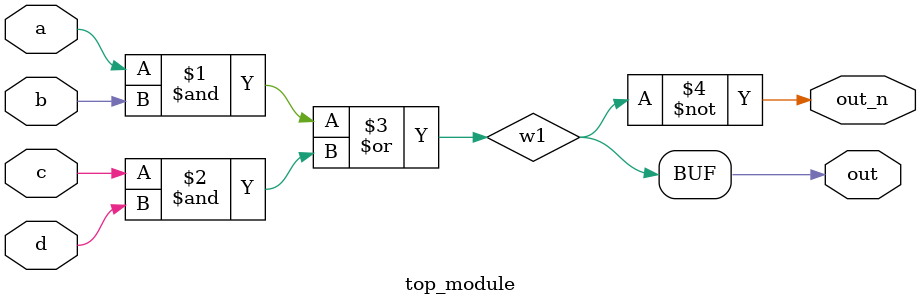
<source format=v>
`default_nettype none
module top_module(
    input a,
    input b,
    input c,
    input d,
    output out,
    output out_n   ); 
	wire w1;
    assign w1 = (a & b) | (c & d);
    assign out = w1;
    assign out_n = ~w1;
endmodule

</source>
